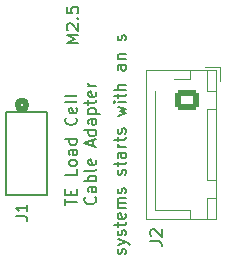
<source format=gto>
G04 #@! TF.GenerationSoftware,KiCad,Pcbnew,7.0.8*
G04 #@! TF.CreationDate,2023-12-02T16:25:09-07:00*
G04 #@! TF.ProjectId,loadcelladapter,6c6f6164-6365-46c6-9c61-646170746572,v1*
G04 #@! TF.SameCoordinates,Original*
G04 #@! TF.FileFunction,Legend,Top*
G04 #@! TF.FilePolarity,Positive*
%FSLAX46Y46*%
G04 Gerber Fmt 4.6, Leading zero omitted, Abs format (unit mm)*
G04 Created by KiCad (PCBNEW 7.0.8) date 2023-12-02 16:25:09*
%MOMM*%
%LPD*%
G01*
G04 APERTURE LIST*
G04 Aperture macros list*
%AMRoundRect*
0 Rectangle with rounded corners*
0 $1 Rounding radius*
0 $2 $3 $4 $5 $6 $7 $8 $9 X,Y pos of 4 corners*
0 Add a 4 corners polygon primitive as box body*
4,1,4,$2,$3,$4,$5,$6,$7,$8,$9,$2,$3,0*
0 Add four circle primitives for the rounded corners*
1,1,$1+$1,$2,$3*
1,1,$1+$1,$4,$5*
1,1,$1+$1,$6,$7*
1,1,$1+$1,$8,$9*
0 Add four rect primitives between the rounded corners*
20,1,$1+$1,$2,$3,$4,$5,0*
20,1,$1+$1,$4,$5,$6,$7,0*
20,1,$1+$1,$6,$7,$8,$9,0*
20,1,$1+$1,$8,$9,$2,$3,0*%
G04 Aperture macros list end*
%ADD10C,0.150000*%
%ADD11C,0.120000*%
%ADD12C,0.152400*%
%ADD13C,0.508000*%
%ADD14C,2.500000*%
%ADD15C,1.200000*%
%ADD16RoundRect,0.250000X-0.725000X0.600000X-0.725000X-0.600000X0.725000X-0.600000X0.725000X0.600000X0*%
%ADD17O,1.950000X1.700000*%
%ADD18C,1.100000*%
G04 APERTURE END LIST*
D10*
X145269819Y-110163220D02*
X144269819Y-110163220D01*
X144269819Y-110163220D02*
X144984104Y-109829887D01*
X144984104Y-109829887D02*
X144269819Y-109496554D01*
X144269819Y-109496554D02*
X145269819Y-109496554D01*
X144365057Y-109067982D02*
X144317438Y-109020363D01*
X144317438Y-109020363D02*
X144269819Y-108925125D01*
X144269819Y-108925125D02*
X144269819Y-108687030D01*
X144269819Y-108687030D02*
X144317438Y-108591792D01*
X144317438Y-108591792D02*
X144365057Y-108544173D01*
X144365057Y-108544173D02*
X144460295Y-108496554D01*
X144460295Y-108496554D02*
X144555533Y-108496554D01*
X144555533Y-108496554D02*
X144698390Y-108544173D01*
X144698390Y-108544173D02*
X145269819Y-109115601D01*
X145269819Y-109115601D02*
X145269819Y-108496554D01*
X145174580Y-108067982D02*
X145222200Y-108020363D01*
X145222200Y-108020363D02*
X145269819Y-108067982D01*
X145269819Y-108067982D02*
X145222200Y-108115601D01*
X145222200Y-108115601D02*
X145174580Y-108067982D01*
X145174580Y-108067982D02*
X145269819Y-108067982D01*
X144269819Y-107115602D02*
X144269819Y-107591792D01*
X144269819Y-107591792D02*
X144746009Y-107639411D01*
X144746009Y-107639411D02*
X144698390Y-107591792D01*
X144698390Y-107591792D02*
X144650771Y-107496554D01*
X144650771Y-107496554D02*
X144650771Y-107258459D01*
X144650771Y-107258459D02*
X144698390Y-107163221D01*
X144698390Y-107163221D02*
X144746009Y-107115602D01*
X144746009Y-107115602D02*
X144841247Y-107067983D01*
X144841247Y-107067983D02*
X145079342Y-107067983D01*
X145079342Y-107067983D02*
X145174580Y-107115602D01*
X145174580Y-107115602D02*
X145222200Y-107163221D01*
X145222200Y-107163221D02*
X145269819Y-107258459D01*
X145269819Y-107258459D02*
X145269819Y-107496554D01*
X145269819Y-107496554D02*
X145222200Y-107591792D01*
X145222200Y-107591792D02*
X145174580Y-107639411D01*
X144159819Y-123906077D02*
X144159819Y-123334649D01*
X145159819Y-123620363D02*
X144159819Y-123620363D01*
X144636009Y-123001315D02*
X144636009Y-122667982D01*
X145159819Y-122525125D02*
X145159819Y-123001315D01*
X145159819Y-123001315D02*
X144159819Y-123001315D01*
X144159819Y-123001315D02*
X144159819Y-122525125D01*
X145159819Y-120858458D02*
X145159819Y-121334648D01*
X145159819Y-121334648D02*
X144159819Y-121334648D01*
X145159819Y-120382267D02*
X145112200Y-120477505D01*
X145112200Y-120477505D02*
X145064580Y-120525124D01*
X145064580Y-120525124D02*
X144969342Y-120572743D01*
X144969342Y-120572743D02*
X144683628Y-120572743D01*
X144683628Y-120572743D02*
X144588390Y-120525124D01*
X144588390Y-120525124D02*
X144540771Y-120477505D01*
X144540771Y-120477505D02*
X144493152Y-120382267D01*
X144493152Y-120382267D02*
X144493152Y-120239410D01*
X144493152Y-120239410D02*
X144540771Y-120144172D01*
X144540771Y-120144172D02*
X144588390Y-120096553D01*
X144588390Y-120096553D02*
X144683628Y-120048934D01*
X144683628Y-120048934D02*
X144969342Y-120048934D01*
X144969342Y-120048934D02*
X145064580Y-120096553D01*
X145064580Y-120096553D02*
X145112200Y-120144172D01*
X145112200Y-120144172D02*
X145159819Y-120239410D01*
X145159819Y-120239410D02*
X145159819Y-120382267D01*
X145159819Y-119191791D02*
X144636009Y-119191791D01*
X144636009Y-119191791D02*
X144540771Y-119239410D01*
X144540771Y-119239410D02*
X144493152Y-119334648D01*
X144493152Y-119334648D02*
X144493152Y-119525124D01*
X144493152Y-119525124D02*
X144540771Y-119620362D01*
X145112200Y-119191791D02*
X145159819Y-119287029D01*
X145159819Y-119287029D02*
X145159819Y-119525124D01*
X145159819Y-119525124D02*
X145112200Y-119620362D01*
X145112200Y-119620362D02*
X145016961Y-119667981D01*
X145016961Y-119667981D02*
X144921723Y-119667981D01*
X144921723Y-119667981D02*
X144826485Y-119620362D01*
X144826485Y-119620362D02*
X144778866Y-119525124D01*
X144778866Y-119525124D02*
X144778866Y-119287029D01*
X144778866Y-119287029D02*
X144731247Y-119191791D01*
X145159819Y-118287029D02*
X144159819Y-118287029D01*
X145112200Y-118287029D02*
X145159819Y-118382267D01*
X145159819Y-118382267D02*
X145159819Y-118572743D01*
X145159819Y-118572743D02*
X145112200Y-118667981D01*
X145112200Y-118667981D02*
X145064580Y-118715600D01*
X145064580Y-118715600D02*
X144969342Y-118763219D01*
X144969342Y-118763219D02*
X144683628Y-118763219D01*
X144683628Y-118763219D02*
X144588390Y-118715600D01*
X144588390Y-118715600D02*
X144540771Y-118667981D01*
X144540771Y-118667981D02*
X144493152Y-118572743D01*
X144493152Y-118572743D02*
X144493152Y-118382267D01*
X144493152Y-118382267D02*
X144540771Y-118287029D01*
X145064580Y-116477505D02*
X145112200Y-116525124D01*
X145112200Y-116525124D02*
X145159819Y-116667981D01*
X145159819Y-116667981D02*
X145159819Y-116763219D01*
X145159819Y-116763219D02*
X145112200Y-116906076D01*
X145112200Y-116906076D02*
X145016961Y-117001314D01*
X145016961Y-117001314D02*
X144921723Y-117048933D01*
X144921723Y-117048933D02*
X144731247Y-117096552D01*
X144731247Y-117096552D02*
X144588390Y-117096552D01*
X144588390Y-117096552D02*
X144397914Y-117048933D01*
X144397914Y-117048933D02*
X144302676Y-117001314D01*
X144302676Y-117001314D02*
X144207438Y-116906076D01*
X144207438Y-116906076D02*
X144159819Y-116763219D01*
X144159819Y-116763219D02*
X144159819Y-116667981D01*
X144159819Y-116667981D02*
X144207438Y-116525124D01*
X144207438Y-116525124D02*
X144255057Y-116477505D01*
X145112200Y-115667981D02*
X145159819Y-115763219D01*
X145159819Y-115763219D02*
X145159819Y-115953695D01*
X145159819Y-115953695D02*
X145112200Y-116048933D01*
X145112200Y-116048933D02*
X145016961Y-116096552D01*
X145016961Y-116096552D02*
X144636009Y-116096552D01*
X144636009Y-116096552D02*
X144540771Y-116048933D01*
X144540771Y-116048933D02*
X144493152Y-115953695D01*
X144493152Y-115953695D02*
X144493152Y-115763219D01*
X144493152Y-115763219D02*
X144540771Y-115667981D01*
X144540771Y-115667981D02*
X144636009Y-115620362D01*
X144636009Y-115620362D02*
X144731247Y-115620362D01*
X144731247Y-115620362D02*
X144826485Y-116096552D01*
X145159819Y-115048933D02*
X145112200Y-115144171D01*
X145112200Y-115144171D02*
X145016961Y-115191790D01*
X145016961Y-115191790D02*
X144159819Y-115191790D01*
X145159819Y-114525123D02*
X145112200Y-114620361D01*
X145112200Y-114620361D02*
X145016961Y-114667980D01*
X145016961Y-114667980D02*
X144159819Y-114667980D01*
X146674580Y-123191792D02*
X146722200Y-123239411D01*
X146722200Y-123239411D02*
X146769819Y-123382268D01*
X146769819Y-123382268D02*
X146769819Y-123477506D01*
X146769819Y-123477506D02*
X146722200Y-123620363D01*
X146722200Y-123620363D02*
X146626961Y-123715601D01*
X146626961Y-123715601D02*
X146531723Y-123763220D01*
X146531723Y-123763220D02*
X146341247Y-123810839D01*
X146341247Y-123810839D02*
X146198390Y-123810839D01*
X146198390Y-123810839D02*
X146007914Y-123763220D01*
X146007914Y-123763220D02*
X145912676Y-123715601D01*
X145912676Y-123715601D02*
X145817438Y-123620363D01*
X145817438Y-123620363D02*
X145769819Y-123477506D01*
X145769819Y-123477506D02*
X145769819Y-123382268D01*
X145769819Y-123382268D02*
X145817438Y-123239411D01*
X145817438Y-123239411D02*
X145865057Y-123191792D01*
X146769819Y-122334649D02*
X146246009Y-122334649D01*
X146246009Y-122334649D02*
X146150771Y-122382268D01*
X146150771Y-122382268D02*
X146103152Y-122477506D01*
X146103152Y-122477506D02*
X146103152Y-122667982D01*
X146103152Y-122667982D02*
X146150771Y-122763220D01*
X146722200Y-122334649D02*
X146769819Y-122429887D01*
X146769819Y-122429887D02*
X146769819Y-122667982D01*
X146769819Y-122667982D02*
X146722200Y-122763220D01*
X146722200Y-122763220D02*
X146626961Y-122810839D01*
X146626961Y-122810839D02*
X146531723Y-122810839D01*
X146531723Y-122810839D02*
X146436485Y-122763220D01*
X146436485Y-122763220D02*
X146388866Y-122667982D01*
X146388866Y-122667982D02*
X146388866Y-122429887D01*
X146388866Y-122429887D02*
X146341247Y-122334649D01*
X146769819Y-121858458D02*
X145769819Y-121858458D01*
X146150771Y-121858458D02*
X146103152Y-121763220D01*
X146103152Y-121763220D02*
X146103152Y-121572744D01*
X146103152Y-121572744D02*
X146150771Y-121477506D01*
X146150771Y-121477506D02*
X146198390Y-121429887D01*
X146198390Y-121429887D02*
X146293628Y-121382268D01*
X146293628Y-121382268D02*
X146579342Y-121382268D01*
X146579342Y-121382268D02*
X146674580Y-121429887D01*
X146674580Y-121429887D02*
X146722200Y-121477506D01*
X146722200Y-121477506D02*
X146769819Y-121572744D01*
X146769819Y-121572744D02*
X146769819Y-121763220D01*
X146769819Y-121763220D02*
X146722200Y-121858458D01*
X146769819Y-120810839D02*
X146722200Y-120906077D01*
X146722200Y-120906077D02*
X146626961Y-120953696D01*
X146626961Y-120953696D02*
X145769819Y-120953696D01*
X146722200Y-120048934D02*
X146769819Y-120144172D01*
X146769819Y-120144172D02*
X146769819Y-120334648D01*
X146769819Y-120334648D02*
X146722200Y-120429886D01*
X146722200Y-120429886D02*
X146626961Y-120477505D01*
X146626961Y-120477505D02*
X146246009Y-120477505D01*
X146246009Y-120477505D02*
X146150771Y-120429886D01*
X146150771Y-120429886D02*
X146103152Y-120334648D01*
X146103152Y-120334648D02*
X146103152Y-120144172D01*
X146103152Y-120144172D02*
X146150771Y-120048934D01*
X146150771Y-120048934D02*
X146246009Y-120001315D01*
X146246009Y-120001315D02*
X146341247Y-120001315D01*
X146341247Y-120001315D02*
X146436485Y-120477505D01*
X146484104Y-118858457D02*
X146484104Y-118382267D01*
X146769819Y-118953695D02*
X145769819Y-118620362D01*
X145769819Y-118620362D02*
X146769819Y-118287029D01*
X146769819Y-117525124D02*
X145769819Y-117525124D01*
X146722200Y-117525124D02*
X146769819Y-117620362D01*
X146769819Y-117620362D02*
X146769819Y-117810838D01*
X146769819Y-117810838D02*
X146722200Y-117906076D01*
X146722200Y-117906076D02*
X146674580Y-117953695D01*
X146674580Y-117953695D02*
X146579342Y-118001314D01*
X146579342Y-118001314D02*
X146293628Y-118001314D01*
X146293628Y-118001314D02*
X146198390Y-117953695D01*
X146198390Y-117953695D02*
X146150771Y-117906076D01*
X146150771Y-117906076D02*
X146103152Y-117810838D01*
X146103152Y-117810838D02*
X146103152Y-117620362D01*
X146103152Y-117620362D02*
X146150771Y-117525124D01*
X146769819Y-116620362D02*
X146246009Y-116620362D01*
X146246009Y-116620362D02*
X146150771Y-116667981D01*
X146150771Y-116667981D02*
X146103152Y-116763219D01*
X146103152Y-116763219D02*
X146103152Y-116953695D01*
X146103152Y-116953695D02*
X146150771Y-117048933D01*
X146722200Y-116620362D02*
X146769819Y-116715600D01*
X146769819Y-116715600D02*
X146769819Y-116953695D01*
X146769819Y-116953695D02*
X146722200Y-117048933D01*
X146722200Y-117048933D02*
X146626961Y-117096552D01*
X146626961Y-117096552D02*
X146531723Y-117096552D01*
X146531723Y-117096552D02*
X146436485Y-117048933D01*
X146436485Y-117048933D02*
X146388866Y-116953695D01*
X146388866Y-116953695D02*
X146388866Y-116715600D01*
X146388866Y-116715600D02*
X146341247Y-116620362D01*
X146103152Y-116144171D02*
X147103152Y-116144171D01*
X146150771Y-116144171D02*
X146103152Y-116048933D01*
X146103152Y-116048933D02*
X146103152Y-115858457D01*
X146103152Y-115858457D02*
X146150771Y-115763219D01*
X146150771Y-115763219D02*
X146198390Y-115715600D01*
X146198390Y-115715600D02*
X146293628Y-115667981D01*
X146293628Y-115667981D02*
X146579342Y-115667981D01*
X146579342Y-115667981D02*
X146674580Y-115715600D01*
X146674580Y-115715600D02*
X146722200Y-115763219D01*
X146722200Y-115763219D02*
X146769819Y-115858457D01*
X146769819Y-115858457D02*
X146769819Y-116048933D01*
X146769819Y-116048933D02*
X146722200Y-116144171D01*
X146103152Y-115382266D02*
X146103152Y-115001314D01*
X145769819Y-115239409D02*
X146626961Y-115239409D01*
X146626961Y-115239409D02*
X146722200Y-115191790D01*
X146722200Y-115191790D02*
X146769819Y-115096552D01*
X146769819Y-115096552D02*
X146769819Y-115001314D01*
X146722200Y-114287028D02*
X146769819Y-114382266D01*
X146769819Y-114382266D02*
X146769819Y-114572742D01*
X146769819Y-114572742D02*
X146722200Y-114667980D01*
X146722200Y-114667980D02*
X146626961Y-114715599D01*
X146626961Y-114715599D02*
X146246009Y-114715599D01*
X146246009Y-114715599D02*
X146150771Y-114667980D01*
X146150771Y-114667980D02*
X146103152Y-114572742D01*
X146103152Y-114572742D02*
X146103152Y-114382266D01*
X146103152Y-114382266D02*
X146150771Y-114287028D01*
X146150771Y-114287028D02*
X146246009Y-114239409D01*
X146246009Y-114239409D02*
X146341247Y-114239409D01*
X146341247Y-114239409D02*
X146436485Y-114715599D01*
X146769819Y-113810837D02*
X146103152Y-113810837D01*
X146293628Y-113810837D02*
X146198390Y-113763218D01*
X146198390Y-113763218D02*
X146150771Y-113715599D01*
X146150771Y-113715599D02*
X146103152Y-113620361D01*
X146103152Y-113620361D02*
X146103152Y-113525123D01*
X149222200Y-128010839D02*
X149269819Y-127915601D01*
X149269819Y-127915601D02*
X149269819Y-127725125D01*
X149269819Y-127725125D02*
X149222200Y-127629887D01*
X149222200Y-127629887D02*
X149126961Y-127582268D01*
X149126961Y-127582268D02*
X149079342Y-127582268D01*
X149079342Y-127582268D02*
X148984104Y-127629887D01*
X148984104Y-127629887D02*
X148936485Y-127725125D01*
X148936485Y-127725125D02*
X148936485Y-127867982D01*
X148936485Y-127867982D02*
X148888866Y-127963220D01*
X148888866Y-127963220D02*
X148793628Y-128010839D01*
X148793628Y-128010839D02*
X148746009Y-128010839D01*
X148746009Y-128010839D02*
X148650771Y-127963220D01*
X148650771Y-127963220D02*
X148603152Y-127867982D01*
X148603152Y-127867982D02*
X148603152Y-127725125D01*
X148603152Y-127725125D02*
X148650771Y-127629887D01*
X148603152Y-127248934D02*
X149269819Y-127010839D01*
X148603152Y-126772744D02*
X149269819Y-127010839D01*
X149269819Y-127010839D02*
X149507914Y-127106077D01*
X149507914Y-127106077D02*
X149555533Y-127153696D01*
X149555533Y-127153696D02*
X149603152Y-127248934D01*
X149222200Y-126439410D02*
X149269819Y-126344172D01*
X149269819Y-126344172D02*
X149269819Y-126153696D01*
X149269819Y-126153696D02*
X149222200Y-126058458D01*
X149222200Y-126058458D02*
X149126961Y-126010839D01*
X149126961Y-126010839D02*
X149079342Y-126010839D01*
X149079342Y-126010839D02*
X148984104Y-126058458D01*
X148984104Y-126058458D02*
X148936485Y-126153696D01*
X148936485Y-126153696D02*
X148936485Y-126296553D01*
X148936485Y-126296553D02*
X148888866Y-126391791D01*
X148888866Y-126391791D02*
X148793628Y-126439410D01*
X148793628Y-126439410D02*
X148746009Y-126439410D01*
X148746009Y-126439410D02*
X148650771Y-126391791D01*
X148650771Y-126391791D02*
X148603152Y-126296553D01*
X148603152Y-126296553D02*
X148603152Y-126153696D01*
X148603152Y-126153696D02*
X148650771Y-126058458D01*
X148603152Y-125725124D02*
X148603152Y-125344172D01*
X148269819Y-125582267D02*
X149126961Y-125582267D01*
X149126961Y-125582267D02*
X149222200Y-125534648D01*
X149222200Y-125534648D02*
X149269819Y-125439410D01*
X149269819Y-125439410D02*
X149269819Y-125344172D01*
X149222200Y-124629886D02*
X149269819Y-124725124D01*
X149269819Y-124725124D02*
X149269819Y-124915600D01*
X149269819Y-124915600D02*
X149222200Y-125010838D01*
X149222200Y-125010838D02*
X149126961Y-125058457D01*
X149126961Y-125058457D02*
X148746009Y-125058457D01*
X148746009Y-125058457D02*
X148650771Y-125010838D01*
X148650771Y-125010838D02*
X148603152Y-124915600D01*
X148603152Y-124915600D02*
X148603152Y-124725124D01*
X148603152Y-124725124D02*
X148650771Y-124629886D01*
X148650771Y-124629886D02*
X148746009Y-124582267D01*
X148746009Y-124582267D02*
X148841247Y-124582267D01*
X148841247Y-124582267D02*
X148936485Y-125058457D01*
X149269819Y-124153695D02*
X148603152Y-124153695D01*
X148698390Y-124153695D02*
X148650771Y-124106076D01*
X148650771Y-124106076D02*
X148603152Y-124010838D01*
X148603152Y-124010838D02*
X148603152Y-123867981D01*
X148603152Y-123867981D02*
X148650771Y-123772743D01*
X148650771Y-123772743D02*
X148746009Y-123725124D01*
X148746009Y-123725124D02*
X149269819Y-123725124D01*
X148746009Y-123725124D02*
X148650771Y-123677505D01*
X148650771Y-123677505D02*
X148603152Y-123582267D01*
X148603152Y-123582267D02*
X148603152Y-123439410D01*
X148603152Y-123439410D02*
X148650771Y-123344171D01*
X148650771Y-123344171D02*
X148746009Y-123296552D01*
X148746009Y-123296552D02*
X149269819Y-123296552D01*
X149222200Y-122867981D02*
X149269819Y-122772743D01*
X149269819Y-122772743D02*
X149269819Y-122582267D01*
X149269819Y-122582267D02*
X149222200Y-122487029D01*
X149222200Y-122487029D02*
X149126961Y-122439410D01*
X149126961Y-122439410D02*
X149079342Y-122439410D01*
X149079342Y-122439410D02*
X148984104Y-122487029D01*
X148984104Y-122487029D02*
X148936485Y-122582267D01*
X148936485Y-122582267D02*
X148936485Y-122725124D01*
X148936485Y-122725124D02*
X148888866Y-122820362D01*
X148888866Y-122820362D02*
X148793628Y-122867981D01*
X148793628Y-122867981D02*
X148746009Y-122867981D01*
X148746009Y-122867981D02*
X148650771Y-122820362D01*
X148650771Y-122820362D02*
X148603152Y-122725124D01*
X148603152Y-122725124D02*
X148603152Y-122582267D01*
X148603152Y-122582267D02*
X148650771Y-122487029D01*
X149222200Y-121296552D02*
X149269819Y-121201314D01*
X149269819Y-121201314D02*
X149269819Y-121010838D01*
X149269819Y-121010838D02*
X149222200Y-120915600D01*
X149222200Y-120915600D02*
X149126961Y-120867981D01*
X149126961Y-120867981D02*
X149079342Y-120867981D01*
X149079342Y-120867981D02*
X148984104Y-120915600D01*
X148984104Y-120915600D02*
X148936485Y-121010838D01*
X148936485Y-121010838D02*
X148936485Y-121153695D01*
X148936485Y-121153695D02*
X148888866Y-121248933D01*
X148888866Y-121248933D02*
X148793628Y-121296552D01*
X148793628Y-121296552D02*
X148746009Y-121296552D01*
X148746009Y-121296552D02*
X148650771Y-121248933D01*
X148650771Y-121248933D02*
X148603152Y-121153695D01*
X148603152Y-121153695D02*
X148603152Y-121010838D01*
X148603152Y-121010838D02*
X148650771Y-120915600D01*
X148603152Y-120582266D02*
X148603152Y-120201314D01*
X148269819Y-120439409D02*
X149126961Y-120439409D01*
X149126961Y-120439409D02*
X149222200Y-120391790D01*
X149222200Y-120391790D02*
X149269819Y-120296552D01*
X149269819Y-120296552D02*
X149269819Y-120201314D01*
X149269819Y-119439409D02*
X148746009Y-119439409D01*
X148746009Y-119439409D02*
X148650771Y-119487028D01*
X148650771Y-119487028D02*
X148603152Y-119582266D01*
X148603152Y-119582266D02*
X148603152Y-119772742D01*
X148603152Y-119772742D02*
X148650771Y-119867980D01*
X149222200Y-119439409D02*
X149269819Y-119534647D01*
X149269819Y-119534647D02*
X149269819Y-119772742D01*
X149269819Y-119772742D02*
X149222200Y-119867980D01*
X149222200Y-119867980D02*
X149126961Y-119915599D01*
X149126961Y-119915599D02*
X149031723Y-119915599D01*
X149031723Y-119915599D02*
X148936485Y-119867980D01*
X148936485Y-119867980D02*
X148888866Y-119772742D01*
X148888866Y-119772742D02*
X148888866Y-119534647D01*
X148888866Y-119534647D02*
X148841247Y-119439409D01*
X149269819Y-118963218D02*
X148603152Y-118963218D01*
X148793628Y-118963218D02*
X148698390Y-118915599D01*
X148698390Y-118915599D02*
X148650771Y-118867980D01*
X148650771Y-118867980D02*
X148603152Y-118772742D01*
X148603152Y-118772742D02*
X148603152Y-118677504D01*
X148603152Y-118487027D02*
X148603152Y-118106075D01*
X148269819Y-118344170D02*
X149126961Y-118344170D01*
X149126961Y-118344170D02*
X149222200Y-118296551D01*
X149222200Y-118296551D02*
X149269819Y-118201313D01*
X149269819Y-118201313D02*
X149269819Y-118106075D01*
X149222200Y-117820360D02*
X149269819Y-117725122D01*
X149269819Y-117725122D02*
X149269819Y-117534646D01*
X149269819Y-117534646D02*
X149222200Y-117439408D01*
X149222200Y-117439408D02*
X149126961Y-117391789D01*
X149126961Y-117391789D02*
X149079342Y-117391789D01*
X149079342Y-117391789D02*
X148984104Y-117439408D01*
X148984104Y-117439408D02*
X148936485Y-117534646D01*
X148936485Y-117534646D02*
X148936485Y-117677503D01*
X148936485Y-117677503D02*
X148888866Y-117772741D01*
X148888866Y-117772741D02*
X148793628Y-117820360D01*
X148793628Y-117820360D02*
X148746009Y-117820360D01*
X148746009Y-117820360D02*
X148650771Y-117772741D01*
X148650771Y-117772741D02*
X148603152Y-117677503D01*
X148603152Y-117677503D02*
X148603152Y-117534646D01*
X148603152Y-117534646D02*
X148650771Y-117439408D01*
X148603152Y-116296550D02*
X149269819Y-116106074D01*
X149269819Y-116106074D02*
X148793628Y-115915598D01*
X148793628Y-115915598D02*
X149269819Y-115725122D01*
X149269819Y-115725122D02*
X148603152Y-115534646D01*
X149269819Y-115153693D02*
X148603152Y-115153693D01*
X148269819Y-115153693D02*
X148317438Y-115201312D01*
X148317438Y-115201312D02*
X148365057Y-115153693D01*
X148365057Y-115153693D02*
X148317438Y-115106074D01*
X148317438Y-115106074D02*
X148269819Y-115153693D01*
X148269819Y-115153693D02*
X148365057Y-115153693D01*
X148603152Y-114820360D02*
X148603152Y-114439408D01*
X148269819Y-114677503D02*
X149126961Y-114677503D01*
X149126961Y-114677503D02*
X149222200Y-114629884D01*
X149222200Y-114629884D02*
X149269819Y-114534646D01*
X149269819Y-114534646D02*
X149269819Y-114439408D01*
X149269819Y-114106074D02*
X148269819Y-114106074D01*
X149269819Y-113677503D02*
X148746009Y-113677503D01*
X148746009Y-113677503D02*
X148650771Y-113725122D01*
X148650771Y-113725122D02*
X148603152Y-113820360D01*
X148603152Y-113820360D02*
X148603152Y-113963217D01*
X148603152Y-113963217D02*
X148650771Y-114058455D01*
X148650771Y-114058455D02*
X148698390Y-114106074D01*
X149269819Y-112010836D02*
X148746009Y-112010836D01*
X148746009Y-112010836D02*
X148650771Y-112058455D01*
X148650771Y-112058455D02*
X148603152Y-112153693D01*
X148603152Y-112153693D02*
X148603152Y-112344169D01*
X148603152Y-112344169D02*
X148650771Y-112439407D01*
X149222200Y-112010836D02*
X149269819Y-112106074D01*
X149269819Y-112106074D02*
X149269819Y-112344169D01*
X149269819Y-112344169D02*
X149222200Y-112439407D01*
X149222200Y-112439407D02*
X149126961Y-112487026D01*
X149126961Y-112487026D02*
X149031723Y-112487026D01*
X149031723Y-112487026D02*
X148936485Y-112439407D01*
X148936485Y-112439407D02*
X148888866Y-112344169D01*
X148888866Y-112344169D02*
X148888866Y-112106074D01*
X148888866Y-112106074D02*
X148841247Y-112010836D01*
X148603152Y-111534645D02*
X149269819Y-111534645D01*
X148698390Y-111534645D02*
X148650771Y-111487026D01*
X148650771Y-111487026D02*
X148603152Y-111391788D01*
X148603152Y-111391788D02*
X148603152Y-111248931D01*
X148603152Y-111248931D02*
X148650771Y-111153693D01*
X148650771Y-111153693D02*
X148746009Y-111106074D01*
X148746009Y-111106074D02*
X149269819Y-111106074D01*
X149222200Y-109915597D02*
X149269819Y-109820359D01*
X149269819Y-109820359D02*
X149269819Y-109629883D01*
X149269819Y-109629883D02*
X149222200Y-109534645D01*
X149222200Y-109534645D02*
X149126961Y-109487026D01*
X149126961Y-109487026D02*
X149079342Y-109487026D01*
X149079342Y-109487026D02*
X148984104Y-109534645D01*
X148984104Y-109534645D02*
X148936485Y-109629883D01*
X148936485Y-109629883D02*
X148936485Y-109772740D01*
X148936485Y-109772740D02*
X148888866Y-109867978D01*
X148888866Y-109867978D02*
X148793628Y-109915597D01*
X148793628Y-109915597D02*
X148746009Y-109915597D01*
X148746009Y-109915597D02*
X148650771Y-109867978D01*
X148650771Y-109867978D02*
X148603152Y-109772740D01*
X148603152Y-109772740D02*
X148603152Y-109629883D01*
X148603152Y-109629883D02*
X148650771Y-109534645D01*
X151354819Y-126933333D02*
X152069104Y-126933333D01*
X152069104Y-126933333D02*
X152211961Y-126980952D01*
X152211961Y-126980952D02*
X152307200Y-127076190D01*
X152307200Y-127076190D02*
X152354819Y-127219047D01*
X152354819Y-127219047D02*
X152354819Y-127314285D01*
X151450057Y-126504761D02*
X151402438Y-126457142D01*
X151402438Y-126457142D02*
X151354819Y-126361904D01*
X151354819Y-126361904D02*
X151354819Y-126123809D01*
X151354819Y-126123809D02*
X151402438Y-126028571D01*
X151402438Y-126028571D02*
X151450057Y-125980952D01*
X151450057Y-125980952D02*
X151545295Y-125933333D01*
X151545295Y-125933333D02*
X151640533Y-125933333D01*
X151640533Y-125933333D02*
X151783390Y-125980952D01*
X151783390Y-125980952D02*
X152354819Y-126552380D01*
X152354819Y-126552380D02*
X152354819Y-125933333D01*
X139954819Y-124833333D02*
X140669104Y-124833333D01*
X140669104Y-124833333D02*
X140811961Y-124880952D01*
X140811961Y-124880952D02*
X140907200Y-124976190D01*
X140907200Y-124976190D02*
X140954819Y-125119047D01*
X140954819Y-125119047D02*
X140954819Y-125214285D01*
X140954819Y-123833333D02*
X140954819Y-124404761D01*
X140954819Y-124119047D02*
X139954819Y-124119047D01*
X139954819Y-124119047D02*
X140097676Y-124214285D01*
X140097676Y-124214285D02*
X140192914Y-124309523D01*
X140192914Y-124309523D02*
X140240533Y-124404761D01*
D11*
X157250000Y-112150000D02*
X156000000Y-112150000D01*
X156960000Y-112440000D02*
X150990000Y-112440000D01*
X150990000Y-112440000D02*
X150990000Y-125060000D01*
X156950000Y-112450000D02*
X156200000Y-112450000D01*
X156200000Y-112450000D02*
X156200000Y-114250000D01*
X154700000Y-112450000D02*
X154700000Y-113200000D01*
X154700000Y-113200000D02*
X153360000Y-113200000D01*
X157250000Y-113400000D02*
X157250000Y-112150000D01*
X156950000Y-114250000D02*
X156950000Y-112450000D01*
X156200000Y-114250000D02*
X156950000Y-114250000D01*
X156950000Y-115750000D02*
X156200000Y-115750000D01*
X156200000Y-115750000D02*
X156200000Y-121750000D01*
X151750000Y-118750000D02*
X151750000Y-114260000D01*
X156950000Y-121750000D02*
X156950000Y-115750000D01*
X156200000Y-121750000D02*
X156950000Y-121750000D01*
X156950000Y-123250000D02*
X156200000Y-123250000D01*
X156200000Y-123250000D02*
X156200000Y-125050000D01*
X154700000Y-124300000D02*
X151750000Y-124300000D01*
X151750000Y-124300000D02*
X151750000Y-118750000D01*
X156950000Y-125050000D02*
X156950000Y-123250000D01*
X156200000Y-125050000D02*
X156950000Y-125050000D01*
X154700000Y-125050000D02*
X154700000Y-124300000D01*
X156960000Y-125060000D02*
X156960000Y-112440000D01*
X150990000Y-125060000D02*
X156960000Y-125060000D01*
D12*
X139168100Y-123035400D02*
X142622101Y-123035400D01*
X142622101Y-123035400D02*
X142622101Y-116031401D01*
X139168100Y-116031401D02*
X139168100Y-123035400D01*
X142622101Y-116031401D02*
X139168100Y-116031401D01*
D13*
X140876100Y-115396401D02*
G75*
G03*
X140876100Y-115396401I-381000J0D01*
G01*
%LPC*%
D14*
X141000000Y-109000000D03*
X155000000Y-109000000D03*
D15*
X152500000Y-113400000D03*
D16*
X154500000Y-115000000D03*
D17*
X154500000Y-117500000D03*
X154500000Y-120000000D03*
X154500000Y-122500000D03*
D18*
X140495100Y-117658400D03*
X140495100Y-118908400D03*
X140495100Y-120158400D03*
X140495100Y-121408400D03*
D14*
X141000000Y-129000000D03*
X155000000Y-129000000D03*
%LPD*%
M02*

</source>
